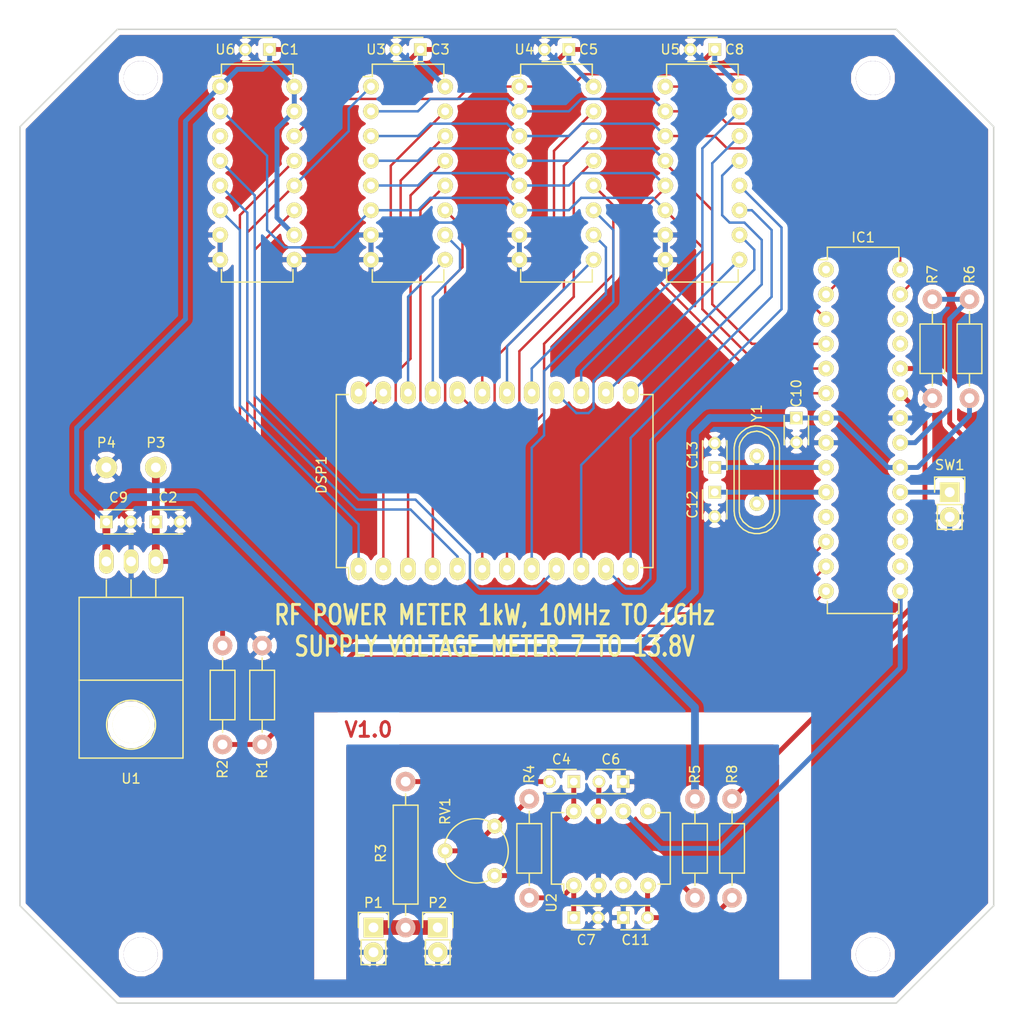
<source format=kicad_pcb>
(kicad_pcb (version 4) (host pcbnew 4.0.2+dfsg1-stable)
  (layers (0 F.Cu signal) (31 B.Cu signal) (34 B.Paste user hide) (35 F.Paste user hide) (36 B.SilkS user) (37 F.SilkS user) (38 B.Mask user hide) (39 F.Mask user hide) (44 Edge.Cuts user))
  (net 0 "")
  (net 1 +5V)
  (net 2 Earth)
  (net 3 7-13.8V)
  (net 4 "Net-(C4-Pad1)")
  (net 5 "Net-(C4-Pad2)")
  (net 6 "Net-(C6-Pad2)")
  (net 7 "Net-(C7-Pad1)")
  (net 8 "Net-(C11-Pad2)")
  (net 9 "Net-(C12-Pad1)")
  (net 10 "Net-(C13-Pad1)")
  (net 11 /COM)
  (net 12 /E1)
  (net 13 /D1)
  (net 14 /C1)
  (net 15 /DP1)
  (net 16 /E2)
  (net 17 /D2)
  (net 18 /C2)
  (net 19 /DP2)
  (net 20 /E3)
  (net 21 /D3)
  (net 22 /C3)
  (net 23 /B3)
  (net 24 /A3)
  (net 25 /F3)
  (net 26 /G3)
  (net 27 /B2)
  (net 28 /A2)
  (net 29 /F2)
  (net 30 /G2)
  (net 31 /B1)
  (net 32 /A1)
  (net 33 /F1)
  (net 34 /G1)
  (net 35 "Net-(IC1-Pad1)")
  (net 36 /DF)
  (net 37 /BCD0)
  (net 38 /BCD1)
  (net 39 /BCD2)
  (net 40 /BCD3)
  (net 41 /ST1)
  (net 42 /ST2)
  (net 43 /ST3)
  (net 44 /P1)
  (net 45 /P2)
  (net 46 "Net-(IC1-Pad19)")
  (net 47 /2V5)
  (net 48 MEAS)
  (net 49 /M2)
  (net 50 "Net-(IC1-Pad25)")
  (net 51 "Net-(IC1-Pad26)")
  (net 52 "Net-(P1-Pad1)")
  (net 53 "Net-(R4-Pad1)")
  (net 54 "Net-(U2-Pad3)")
  (net 55 "Net-(U2-Pad5)")
  (net 56 "Net-(U6-Pad3)")
  (net 57 "Net-(IC1-Pad11)")
  (net 58 "Net-(IC1-Pad16)")
  (net 59 "Net-(IC1-Pad17)")
  (net 60 "Net-(IC1-Pad18)")
  (net 61 /ENB)
  (module Mounting_Holes:MountingHole_3-5mm (layer F.Cu) (at 165.6 145)
    (fp_text reference REF** hide)
    (fp_text value MountingHole_3-5mm)
    (pad 1 thru_hole circle (at 0 0) (size 3.5 3.5) (drill 3.5) (layers))
  )
  (module Mounting_Holes:MountingHole_3-5mm (layer F.Cu) (at 90.4 145)
    (fp_text reference REF** hide)
    (fp_text value MountingHole_3-5mm)
    (pad 1 thru_hole circle (at 0 0) (size 3.5 3.5) (drill 3.5) (layers))
  )
  (module Mounting_Holes:MountingHole_3-5mm (layer F.Cu) (at 90.4 55)
    (fp_text reference REF** hide)
    (fp_text value MountingHole_3-5mm)
    (pad 1 thru_hole circle (at 0 0) (size 3.5 3.5) (drill 3.5) (layers))
  )
  (module Potentiometers:Potentiometer_Bourns_3339P_Angular_ScrewUp (layer F.Cu) (at 126.746 136.906 90)
    (fp_text reference RV1 (at 6.604 -5.08 90) (layer F.SilkS))
    (fp_text value 2k)
    (pad 2 thru_hole circle (at 2.54 -5.08 90) (size 1.524 1.524) (drill 0.762) (layers *.Cu *.Mask F.SilkS) (net 53 "Net-(R4-Pad1)"))
    (pad 1 thru_hole circle (at 0 0 90) (size 1.524 1.524) (drill 0.762) (layers *.Cu *.Mask F.SilkS) (net 4 "Net-(C4-Pad1)"))
    (pad 3 thru_hole circle (at 5.08 0 90) (size 1.524 1.524) (drill 0.762) (layers *.Cu *.Mask F.SilkS) (net 53 "Net-(R4-Pad1)"))
  )
  (module Capacitors_ThroughHole:C_Disc_D3_P2.5 (layer F.Cu) (at 103.632 52.07 180)
    (fp_text reference C1 (at -2.032 0 180) (layer F.SilkS))
    (fp_text value 100nF)
    (pad 1 thru_hole rect (at 0 0 180) (size 1.3 1.3) (drill 0.8) (layers *.Cu *.Mask F.SilkS) (net 1 +5V))
    (pad 2 thru_hole circle (at 2.5 0 180) (size 1.3 1.3) (drill 0.8001) (layers *.Cu *.Mask F.SilkS) (net 2 Earth))
  )
  (module Capacitors_ThroughHole:C_Disc_D3_P2.5 (layer F.Cu) (at 91.948 100.584)
    (fp_text reference C2 (at 1.25 -2.5) (layer F.SilkS))
    (fp_text value 330nF)
    (pad 1 thru_hole rect (at 0 0) (size 1.3 1.3) (drill 0.8) (layers *.Cu *.Mask F.SilkS) (net 3 7-13.8V))
    (pad 2 thru_hole circle (at 2.5 0) (size 1.3 1.3) (drill 0.8001) (layers *.Cu *.Mask F.SilkS) (net 2 Earth))
  )
  (module Capacitors_ThroughHole:C_Disc_D3_P2.5 (layer F.Cu) (at 119.126 52.07 180)
    (fp_text reference C3 (at -2.032 0 180) (layer F.SilkS))
    (fp_text value 100nF)
    (pad 1 thru_hole rect (at 0 0 180) (size 1.3 1.3) (drill 0.8) (layers *.Cu *.Mask F.SilkS) (net 1 +5V))
    (pad 2 thru_hole circle (at 2.5 0 180) (size 1.3 1.3) (drill 0.8001) (layers *.Cu *.Mask F.SilkS) (net 2 Earth))
  )
  (module Capacitors_ThroughHole:C_Disc_D3_P2.5 (layer F.Cu) (at 134.874 127.254 180)
    (fp_text reference C4 (at 1.27 2.286 180) (layer F.SilkS))
    (fp_text value 51pF)
    (pad 1 thru_hole rect (at 0 0 180) (size 1.3 1.3) (drill 0.8) (layers *.Cu *.Mask F.SilkS) (net 4 "Net-(C4-Pad1)"))
    (pad 2 thru_hole circle (at 2.5 0 180) (size 1.3 1.3) (drill 0.8001) (layers *.Cu *.Mask F.SilkS) (net 5 "Net-(C4-Pad2)"))
  )
  (module Capacitors_ThroughHole:C_Disc_D3_P2.5 (layer F.Cu) (at 134.366 52.07 180)
    (fp_text reference C5 (at -2.032 0 180) (layer F.SilkS))
    (fp_text value 100nF)
    (pad 1 thru_hole rect (at 0 0 180) (size 1.3 1.3) (drill 0.8) (layers *.Cu *.Mask F.SilkS) (net 1 +5V))
    (pad 2 thru_hole circle (at 2.5 0 180) (size 1.3 1.3) (drill 0.8001) (layers *.Cu *.Mask F.SilkS) (net 2 Earth))
  )
  (module Capacitors_ThroughHole:C_Disc_D3_P2.5 (layer F.Cu) (at 139.954 127.254 180)
    (fp_text reference C6 (at 1.27 2.286 180) (layer F.SilkS))
    (fp_text value 100nF)
    (pad 1 thru_hole rect (at 0 0 180) (size 1.3 1.3) (drill 0.8) (layers *.Cu *.Mask F.SilkS) (net 2 Earth))
    (pad 2 thru_hole circle (at 2.5 0 180) (size 1.3 1.3) (drill 0.8001) (layers *.Cu *.Mask F.SilkS) (net 6 "Net-(C6-Pad2)"))
  )
  (module Capacitors_ThroughHole:C_Disc_D3_P2.5 (layer F.Cu) (at 134.874 141.224)
    (fp_text reference C7 (at 1.27 2.286) (layer F.SilkS))
    (fp_text value 51pF)
    (pad 1 thru_hole rect (at 0 0) (size 1.3 1.3) (drill 0.8) (layers *.Cu *.Mask F.SilkS) (net 7 "Net-(C7-Pad1)"))
    (pad 2 thru_hole circle (at 2.5 0) (size 1.3 1.3) (drill 0.8001) (layers *.Cu *.Mask F.SilkS) (net 2 Earth))
  )
  (module Capacitors_ThroughHole:C_Disc_D3_P2.5 (layer F.Cu) (at 149.352 52.07 180)
    (fp_text reference C8 (at -2.032 0 180) (layer F.SilkS))
    (fp_text value 100nF)
    (pad 1 thru_hole rect (at 0 0 180) (size 1.3 1.3) (drill 0.8) (layers *.Cu *.Mask F.SilkS) (net 1 +5V))
    (pad 2 thru_hole circle (at 2.5 0 180) (size 1.3 1.3) (drill 0.8001) (layers *.Cu *.Mask F.SilkS) (net 2 Earth))
  )
  (module Capacitors_ThroughHole:C_Disc_D3_P2.5 (layer F.Cu) (at 86.868 100.584)
    (fp_text reference C9 (at 1.25 -2.5) (layer F.SilkS))
    (fp_text value 100nF)
    (pad 1 thru_hole rect (at 0 0) (size 1.3 1.3) (drill 0.8) (layers *.Cu *.Mask F.SilkS) (net 1 +5V))
    (pad 2 thru_hole circle (at 2.5 0) (size 1.3 1.3) (drill 0.8001) (layers *.Cu *.Mask F.SilkS) (net 2 Earth))
  )
  (module Capacitors_ThroughHole:C_Disc_D3_P2.5 (layer F.Cu) (at 157.734 89.916 270)
    (fp_text reference C10 (at -2.54 0 270) (layer F.SilkS))
    (fp_text value 100nF)
    (pad 1 thru_hole rect (at 0 0 270) (size 1.3 1.3) (drill 0.8) (layers *.Cu *.Mask F.SilkS) (net 1 +5V))
    (pad 2 thru_hole circle (at 2.5 0 270) (size 1.3 1.3) (drill 0.8001) (layers *.Cu *.Mask F.SilkS) (net 2 Earth))
  )
  (module Capacitors_ThroughHole:C_Disc_D3_P2.5 (layer F.Cu) (at 139.954 141.224)
    (fp_text reference C11 (at 1.27 2.286) (layer F.SilkS))
    (fp_text value 1nF)
    (pad 1 thru_hole rect (at 0 0) (size 1.3 1.3) (drill 0.8) (layers *.Cu *.Mask F.SilkS) (net 2 Earth))
    (pad 2 thru_hole circle (at 2.5 0) (size 1.3 1.3) (drill 0.8001) (layers *.Cu *.Mask F.SilkS) (net 8 "Net-(C11-Pad2)"))
  )
  (module Capacitors_ThroughHole:C_Disc_D3_P2.5 (layer F.Cu) (at 149.352 97.536 270)
    (fp_text reference C12 (at 1.27 2.286 270) (layer F.SilkS))
    (fp_text value 22pF)
    (pad 1 thru_hole rect (at 0 0 270) (size 1.3 1.3) (drill 0.8) (layers *.Cu *.Mask F.SilkS) (net 9 "Net-(C12-Pad1)"))
    (pad 2 thru_hole circle (at 2.5 0 270) (size 1.3 1.3) (drill 0.8001) (layers *.Cu *.Mask F.SilkS) (net 2 Earth))
  )
  (module Capacitors_ThroughHole:C_Disc_D3_P2.5 (layer F.Cu) (at 149.352 94.996 90)
    (fp_text reference C13 (at 1.27 -2.286 90) (layer F.SilkS))
    (fp_text value 22pF)
    (pad 1 thru_hole rect (at 0 0 90) (size 1.3 1.3) (drill 0.8) (layers *.Cu *.Mask F.SilkS) (net 10 "Net-(C13-Pad1)"))
    (pad 2 thru_hole circle (at 2.5 0 90) (size 1.3 1.3) (drill 0.8001) (layers *.Cu *.Mask F.SilkS) (net 2 Earth))
  )
  (module KiCad-kirjastot2:LCD-24-PIN (layer F.Cu) (at 112.776 105.41 90)
    (fp_text reference DSP1 (at 9.652 -3.81 90) (layer F.SilkS))
    (fp_text value LCD-S301C31TR)
    (pad 1 thru_hole oval (at 0 0 90) (size 2.3 1.6) (drill 0.8) (layers *.Cu *.Mask F.SilkS) (net 11 /COM))
    (pad 2 thru_hole oval (at 0 2.54 90) (size 2.3 1.6) (drill 0.8) (layers *.Cu *.Mask F.SilkS) (net 12 /E1))
    (pad 3 thru_hole oval (at 0 5.08 90) (size 2.3 1.6) (drill 0.8) (layers *.Cu *.Mask F.SilkS) (net 13 /D1))
    (pad 4 thru_hole oval (at 0 7.62 90) (size 2.3 1.6) (drill 0.8) (layers *.Cu *.Mask F.SilkS) (net 14 /C1))
    (pad 5 thru_hole oval (at 0 10.16 90) (size 2.3 1.6) (drill 0.8) (layers *.Cu *.Mask F.SilkS) (net 15 /DP1))
    (pad 6 thru_hole oval (at 0 12.7 90) (size 2.3 1.6) (drill 0.8) (layers *.Cu *.Mask F.SilkS) (net 16 /E2))
    (pad 7 thru_hole oval (at 0 15.24 90) (size 2.3 1.6) (drill 0.8) (layers *.Cu *.Mask F.SilkS) (net 17 /D2))
    (pad 8 thru_hole oval (at 0 17.78 90) (size 2.3 1.6) (drill 0.8) (layers *.Cu *.Mask F.SilkS) (net 18 /C2))
    (pad 9 thru_hole oval (at 0 20.32 90) (size 2.3 1.6) (drill 0.8) (layers *.Cu *.Mask F.SilkS) (net 19 /DP2))
    (pad 10 thru_hole oval (at 0 22.86 90) (size 2.3 1.6) (drill 0.8) (layers *.Cu *.Mask F.SilkS) (net 20 /E3))
    (pad 11 thru_hole oval (at 0 25.4 90) (size 2.3 1.6) (drill 0.8) (layers *.Cu *.Mask F.SilkS) (net 21 /D3))
    (pad 12 thru_hole oval (at 0 27.94 90) (size 2.3 1.6) (drill 0.8) (layers *.Cu *.Mask F.SilkS) (net 22 /C3))
    (pad 13 thru_hole oval (at 18.1 27.94 90) (size 2.3 1.6) (drill 0.8) (layers *.Cu *.Mask F.SilkS) (net 23 /B3))
    (pad 14 thru_hole oval (at 18.1 25.4 90) (size 2.3 1.6) (drill 0.8) (layers *.Cu *.Mask F.SilkS) (net 24 /A3))
    (pad 15 thru_hole oval (at 18.1 22.86 90) (size 2.3 1.6) (drill 0.8) (layers *.Cu *.Mask F.SilkS) (net 25 /F3))
    (pad 16 thru_hole oval (at 18.1 20.32 90) (size 2.3 1.6) (drill 0.8) (layers *.Cu *.Mask F.SilkS) (net 26 /G3))
    (pad 17 thru_hole oval (at 18.1 17.78 90) (size 2.3 1.6) (drill 0.8) (layers *.Cu *.Mask F.SilkS) (net 27 /B2))
    (pad 18 thru_hole oval (at 18.1 15.24 90) (size 2.3 1.6) (drill 0.8) (layers *.Cu *.Mask F.SilkS) (net 28 /A2))
    (pad 19 thru_hole oval (at 18.1 12.7 90) (size 2.3 1.6) (drill 0.8) (layers *.Cu *.Mask F.SilkS) (net 29 /F2))
    (pad 20 thru_hole oval (at 18.1 10.16 90) (size 2.3 1.6) (drill 0.8) (layers *.Cu *.Mask F.SilkS) (net 30 /G2))
    (pad 21 thru_hole oval (at 18.1 7.62 90) (size 2.3 1.6) (drill 0.8) (layers *.Cu *.Mask F.SilkS) (net 31 /B1))
    (pad 22 thru_hole oval (at 18.1 5.08 90) (size 2.3 1.6) (drill 0.8) (layers *.Cu *.Mask F.SilkS) (net 32 /A1))
    (pad 23 thru_hole oval (at 18.1 2.54 90) (size 2.3 1.6) (drill 0.8) (layers *.Cu *.Mask F.SilkS) (net 33 /F1))
    (pad 24 thru_hole oval (at 18.1 0 90) (size 2.3 1.6) (drill 0.8) (layers *.Cu *.Mask F.SilkS) (net 34 /G1))
  )
  (module Housings_DIP:DIP-28_W7.62mm (layer F.Cu) (at 160.782 74.676)
    (fp_text reference IC1 (at 3.81 -3.302) (layer F.SilkS))
    (fp_text value ATMEGA328-P)
    (pad 1 thru_hole oval (at 0 0) (size 1.6 1.6) (drill 0.8) (layers *.Cu *.Mask F.SilkS) (net 35 "Net-(IC1-Pad1)"))
    (pad 2 thru_hole oval (at 0 2.54) (size 1.6 1.6) (drill 0.8) (layers *.Cu *.Mask F.SilkS) (net 39 /BCD2))
    (pad 3 thru_hole oval (at 0 5.08) (size 1.6 1.6) (drill 0.8) (layers *.Cu *.Mask F.SilkS) (net 38 /BCD1))
    (pad 4 thru_hole oval (at 0 7.62) (size 1.6 1.6) (drill 0.8) (layers *.Cu *.Mask F.SilkS) (net 40 /BCD3))
    (pad 5 thru_hole oval (at 0 10.16) (size 1.6 1.6) (drill 0.8) (layers *.Cu *.Mask F.SilkS) (net 36 /DF))
    (pad 6 thru_hole oval (at 0 12.7) (size 1.6 1.6) (drill 0.8) (layers *.Cu *.Mask F.SilkS) (net 37 /BCD0))
    (pad 7 thru_hole oval (at 0 15.24) (size 1.6 1.6) (drill 0.8) (layers *.Cu *.Mask F.SilkS) (net 1 +5V))
    (pad 8 thru_hole oval (at 0 17.78) (size 1.6 1.6) (drill 0.8) (layers *.Cu *.Mask F.SilkS) (net 2 Earth))
    (pad 9 thru_hole oval (at 0 20.32) (size 1.6 1.6) (drill 0.8) (layers *.Cu *.Mask F.SilkS) (net 10 "Net-(C13-Pad1)"))
    (pad 10 thru_hole oval (at 0 22.86) (size 1.6 1.6) (drill 0.8) (layers *.Cu *.Mask F.SilkS) (net 9 "Net-(C12-Pad1)"))
    (pad 11 thru_hole oval (at 0 25.4) (size 1.6 1.6) (drill 0.8) (layers *.Cu *.Mask F.SilkS) (net 57 "Net-(IC1-Pad11)"))
    (pad 12 thru_hole oval (at 0 27.94) (size 1.6 1.6) (drill 0.8) (layers *.Cu *.Mask F.SilkS) (net 44 /P1))
    (pad 13 thru_hole oval (at 0 30.48) (size 1.6 1.6) (drill 0.8) (layers *.Cu *.Mask F.SilkS) (net 41 /ST1))
    (pad 14 thru_hole oval (at 0 33.02) (size 1.6 1.6) (drill 0.8) (layers *.Cu *.Mask F.SilkS) (net 45 /P2))
    (pad 15 thru_hole oval (at 7.62 33.02) (size 1.6 1.6) (drill 0.8) (layers *.Cu *.Mask F.SilkS) (net 61 /ENB))
    (pad 16 thru_hole oval (at 7.62 30.48) (size 1.6 1.6) (drill 0.8) (layers *.Cu *.Mask F.SilkS) (net 58 "Net-(IC1-Pad16)"))
    (pad 17 thru_hole oval (at 7.62 27.94) (size 1.6 1.6) (drill 0.8) (layers *.Cu *.Mask F.SilkS) (net 59 "Net-(IC1-Pad17)"))
    (pad 18 thru_hole oval (at 7.62 25.4) (size 1.6 1.6) (drill 0.8) (layers *.Cu *.Mask F.SilkS) (net 60 "Net-(IC1-Pad18)"))
    (pad 19 thru_hole oval (at 7.62 22.86) (size 1.6 1.6) (drill 0.8) (layers *.Cu *.Mask F.SilkS) (net 46 "Net-(IC1-Pad19)"))
    (pad 20 thru_hole oval (at 7.62 20.32) (size 1.6 1.6) (drill 0.8) (layers *.Cu *.Mask F.SilkS) (net 1 +5V))
    (pad 21 thru_hole oval (at 7.62 17.78) (size 1.6 1.6) (drill 0.8) (layers *.Cu *.Mask F.SilkS) (net 47 /2V5))
    (pad 22 thru_hole oval (at 7.62 15.24) (size 1.6 1.6) (drill 0.8) (layers *.Cu *.Mask F.SilkS) (net 2 Earth))
    (pad 23 thru_hole oval (at 7.62 12.7) (size 1.6 1.6) (drill 0.8) (layers *.Cu *.Mask F.SilkS) (net 49 /M2))
    (pad 24 thru_hole oval (at 7.62 10.16) (size 1.6 1.6) (drill 0.8) (layers *.Cu *.Mask F.SilkS) (net 48 MEAS))
    (pad 25 thru_hole oval (at 7.62 7.62) (size 1.6 1.6) (drill 0.8) (layers *.Cu *.Mask F.SilkS) (net 50 "Net-(IC1-Pad25)"))
    (pad 26 thru_hole oval (at 7.62 5.08) (size 1.6 1.6) (drill 0.8) (layers *.Cu *.Mask F.SilkS) (net 51 "Net-(IC1-Pad26)"))
    (pad 27 thru_hole oval (at 7.62 2.54) (size 1.6 1.6) (drill 0.8) (layers *.Cu *.Mask F.SilkS) (net 42 /ST2))
    (pad 28 thru_hole oval (at 7.62 0) (size 1.6 1.6) (drill 0.8) (layers *.Cu *.Mask F.SilkS) (net 43 /ST3))
  )
  (module Pin_Headers:Pin_Header_Straight_1x02 (layer F.Cu) (at 114.3 142.24)
    (fp_text reference P1 (at 0 -2.54) (layer F.SilkS))
    (fp_text value SMA)
    (pad 1 thru_hole rect (at 0 0) (size 2.032 2.032) (drill 1.016) (layers *.Cu *.Mask F.SilkS) (net 52 "Net-(P1-Pad1)"))
    (pad 2 thru_hole oval (at 0 2.54) (size 2.032 2.032) (drill 1.016) (layers *.Cu *.Mask F.SilkS) (net 2 Earth))
  )
  (module Pin_Headers:Pin_Header_Straight_1x02 (layer F.Cu) (at 120.904 142.24)
    (fp_text reference P2 (at 0 -2.54) (layer F.SilkS))
    (fp_text value SMA)
    (pad 1 thru_hole rect (at 0 0) (size 2.032 2.032) (drill 1.016) (layers *.Cu *.Mask F.SilkS) (net 52 "Net-(P1-Pad1)"))
    (pad 2 thru_hole oval (at 0 2.54) (size 2.032 2.032) (drill 1.016) (layers *.Cu *.Mask F.SilkS) (net 2 Earth))
  )
  (module Resistors_ThroughHole:Resistor_Horizontal_RM10mm (layer F.Cu) (at 98.806 113.284 270)
    (fp_text reference R1 (at 12.7 -4.064 270) (layer F.SilkS))
    (fp_text value 10k)
    (pad 1 thru_hole circle (at 0 0 270) (size 1.99898 1.99898) (drill 1.00076) (layers *.Cu *.SilkS *.Mask) (net 3 7-13.8V))
    (pad 2 thru_hole circle (at 10.16 0 270) (size 1.99898 1.99898) (drill 1.00076) (layers *.Cu *.SilkS *.Mask) (net 49 /M2))
  )
  (module Resistors_ThroughHole:Resistor_Horizontal_RM10mm (layer F.Cu) (at 102.87 123.444 90)
    (fp_text reference R2 (at -2.54 -4.064 90) (layer F.SilkS))
    (fp_text value 2k2)
    (pad 1 thru_hole circle (at 0 0 90) (size 1.99898 1.99898) (drill 1.00076) (layers *.Cu *.SilkS *.Mask) (net 49 /M2))
    (pad 2 thru_hole circle (at 10.16 0 90) (size 1.99898 1.99898) (drill 1.00076) (layers *.Cu *.SilkS *.Mask) (net 2 Earth))
  )
  (module Resistors_ThroughHole:Resistor_Horizontal_RM15mm (layer F.Cu) (at 117.602 127.254 270)
    (fp_text reference R3 (at 7.366 2.54 270) (layer F.SilkS))
    (fp_text value 100k)
    (pad 1 thru_hole circle (at 0 0 270) (size 1.99898 1.99898) (drill 1.00076) (layers *.Cu *.SilkS *.Mask) (net 5 "Net-(C4-Pad2)"))
    (pad 2 thru_hole circle (at 15 0 270) (size 1.99898 1.99898) (drill 1.00076) (layers *.Cu *.SilkS *.Mask) (net 52 "Net-(P1-Pad1)"))
  )
  (module Resistors_ThroughHole:Resistor_Horizontal_RM10mm (layer F.Cu) (at 130.302 129.032 270)
    (fp_text reference R4 (at -2.54 0 270) (layer F.SilkS))
    (fp_text value 604R)
    (pad 1 thru_hole circle (at 0 0 270) (size 1.99898 1.99898) (drill 1.00076) (layers *.Cu *.SilkS *.Mask) (net 53 "Net-(R4-Pad1)"))
    (pad 2 thru_hole circle (at 10.16 0 270) (size 1.99898 1.99898) (drill 1.00076) (layers *.Cu *.SilkS *.Mask) (net 7 "Net-(C7-Pad1)"))
  )
  (module Resistors_ThroughHole:Resistor_Horizontal_RM10mm (layer F.Cu) (at 147.32 129.032 270)
    (fp_text reference R5 (at -2.54 0 270) (layer F.SilkS))
    (fp_text value 22R)
    (pad 1 thru_hole circle (at 0 0 270) (size 1.99898 1.99898) (drill 1.00076) (layers *.Cu *.SilkS *.Mask) (net 1 +5V))
    (pad 2 thru_hole circle (at 10.16 0 270) (size 1.99898 1.99898) (drill 1.00076) (layers *.Cu *.SilkS *.Mask) (net 6 "Net-(C6-Pad2)"))
  )
  (module Resistors_ThroughHole:Resistor_Horizontal_RM10mm (layer F.Cu) (at 175.514 87.884 90)
    (fp_text reference R6 (at 12.7 0 90) (layer F.SilkS))
    (fp_text value 10k)
    (pad 1 thru_hole circle (at 0 0 90) (size 1.99898 1.99898) (drill 1.00076) (layers *.Cu *.SilkS *.Mask) (net 1 +5V))
    (pad 2 thru_hole circle (at 10.16 0 90) (size 1.99898 1.99898) (drill 1.00076) (layers *.Cu *.SilkS *.Mask) (net 47 /2V5))
  )
  (module Resistors_ThroughHole:Resistor_Horizontal_RM10mm (layer F.Cu) (at 171.704 77.724 270)
    (fp_text reference R7 (at -2.54 0 270) (layer F.SilkS))
    (fp_text value 10k)
    (pad 1 thru_hole circle (at 0 0 270) (size 1.99898 1.99898) (drill 1.00076) (layers *.Cu *.SilkS *.Mask) (net 47 /2V5))
    (pad 2 thru_hole circle (at 10.16 0 270) (size 1.99898 1.99898) (drill 1.00076) (layers *.Cu *.SilkS *.Mask) (net 2 Earth))
  )
  (module Resistors_ThroughHole:Resistor_Horizontal_RM10mm (layer F.Cu) (at 151.13 129.032 270)
    (fp_text reference R8 (at -2.54 0 270) (layer F.SilkS))
    (fp_text value 2k)
    (pad 1 thru_hole circle (at 0 0 270) (size 1.99898 1.99898) (drill 1.00076) (layers *.Cu *.SilkS *.Mask) (net 48 MEAS))
    (pad 2 thru_hole circle (at 10.16 0 270) (size 1.99898 1.99898) (drill 1.00076) (layers *.Cu *.SilkS *.Mask) (net 8 "Net-(C11-Pad2)"))
  )
  (module Pin_Headers:Pin_Header_Straight_1x02 (layer F.Cu) (at 173.482 97.536)
    (fp_text reference SW1 (at 0 -2.794) (layer F.SilkS))
    (fp_text value SELECT)
    (pad 1 thru_hole rect (at 0 0) (size 2.032 2.032) (drill 1.016) (layers *.Cu *.Mask F.SilkS) (net 46 "Net-(IC1-Pad19)"))
    (pad 2 thru_hole oval (at 0 2.54) (size 2.032 2.032) (drill 1.016) (layers *.Cu *.Mask F.SilkS) (net 2 Earth))
  )
  (module Housings_DIP:DIP-8_W7.62mm (layer F.Cu) (at 134.874 137.922 90)
    (fp_text reference U2 (at -1.778 -2.286 90) (layer F.SilkS))
    (fp_text value AD8307)
    (pad 1 thru_hole oval (at 0 0 90) (size 1.6 1.6) (drill 0.8) (layers *.Cu *.Mask F.SilkS) (net 7 "Net-(C7-Pad1)"))
    (pad 2 thru_hole oval (at 0 2.54 90) (size 1.6 1.6) (drill 0.8) (layers *.Cu *.Mask F.SilkS) (net 2 Earth))
    (pad 3 thru_hole oval (at 0 5.08 90) (size 1.6 1.6) (drill 0.8) (layers *.Cu *.Mask F.SilkS) (net 54 "Net-(U2-Pad3)"))
    (pad 4 thru_hole oval (at 0 7.62 90) (size 1.6 1.6) (drill 0.8) (layers *.Cu *.Mask F.SilkS) (net 8 "Net-(C11-Pad2)"))
    (pad 5 thru_hole oval (at 7.62 7.62 90) (size 1.6 1.6) (drill 0.8) (layers *.Cu *.Mask F.SilkS) (net 55 "Net-(U2-Pad5)"))
    (pad 6 thru_hole oval (at 7.62 5.08 90) (size 1.6 1.6) (drill 0.8) (layers *.Cu *.Mask F.SilkS) (net 61 /ENB))
    (pad 7 thru_hole oval (at 7.62 2.54 90) (size 1.6 1.6) (drill 0.8) (layers *.Cu *.Mask F.SilkS) (net 6 "Net-(C6-Pad2)"))
    (pad 8 thru_hole oval (at 7.62 0 90) (size 1.6 1.6) (drill 0.8) (layers *.Cu *.Mask F.SilkS) (net 4 "Net-(C4-Pad1)"))
  )
  (module Housings_DIP:DIP-16_W7.62mm (layer F.Cu) (at 114.046 55.88)
    (fp_text reference U3 (at 0.508 -3.81) (layer F.SilkS))
    (fp_text value 4056)
    (pad 1 thru_hole oval (at 0 0) (size 1.6 1.6) (drill 0.8) (layers *.Cu *.Mask F.SilkS) (net 41 /ST1))
    (pad 2 thru_hole oval (at 0 2.54) (size 1.6 1.6) (drill 0.8) (layers *.Cu *.Mask F.SilkS) (net 39 /BCD2))
    (pad 3 thru_hole oval (at 0 5.08) (size 1.6 1.6) (drill 0.8) (layers *.Cu *.Mask F.SilkS) (net 38 /BCD1))
    (pad 4 thru_hole oval (at 0 7.62) (size 1.6 1.6) (drill 0.8) (layers *.Cu *.Mask F.SilkS) (net 40 /BCD3))
    (pad 5 thru_hole oval (at 0 10.16) (size 1.6 1.6) (drill 0.8) (layers *.Cu *.Mask F.SilkS) (net 37 /BCD0))
    (pad 6 thru_hole oval (at 0 12.7) (size 1.6 1.6) (drill 0.8) (layers *.Cu *.Mask F.SilkS) (net 36 /DF))
    (pad 7 thru_hole oval (at 0 15.24) (size 1.6 1.6) (drill 0.8) (layers *.Cu *.Mask F.SilkS) (net 2 Earth))
    (pad 8 thru_hole oval (at 0 17.78) (size 1.6 1.6) (drill 0.8) (layers *.Cu *.Mask F.SilkS) (net 2 Earth))
    (pad 9 thru_hole oval (at 7.62 17.78) (size 1.6 1.6) (drill 0.8) (layers *.Cu *.Mask F.SilkS) (net 32 /A1))
    (pad 10 thru_hole oval (at 7.62 15.24) (size 1.6 1.6) (drill 0.8) (layers *.Cu *.Mask F.SilkS) (net 31 /B1))
    (pad 11 thru_hole oval (at 7.62 12.7) (size 1.6 1.6) (drill 0.8) (layers *.Cu *.Mask F.SilkS) (net 14 /C1))
    (pad 12 thru_hole oval (at 7.62 10.16) (size 1.6 1.6) (drill 0.8) (layers *.Cu *.Mask F.SilkS) (net 13 /D1))
    (pad 13 thru_hole oval (at 7.62 7.62) (size 1.6 1.6) (drill 0.8) (layers *.Cu *.Mask F.SilkS) (net 12 /E1))
    (pad 14 thru_hole oval (at 7.62 5.08) (size 1.6 1.6) (drill 0.8) (layers *.Cu *.Mask F.SilkS) (net 34 /G1))
    (pad 15 thru_hole oval (at 7.62 2.54) (size 1.6 1.6) (drill 0.8) (layers *.Cu *.Mask F.SilkS) (net 33 /F1))
    (pad 16 thru_hole oval (at 7.62 0) (size 1.6 1.6) (drill 0.8) (layers *.Cu *.Mask F.SilkS) (net 1 +5V))
  )
  (module Housings_DIP:DIP-16_W7.62mm (layer F.Cu) (at 129.286 55.88)
    (fp_text reference U4 (at 0.508 -3.81) (layer F.SilkS))
    (fp_text value 4056)
    (pad 1 thru_hole oval (at 0 0) (size 1.6 1.6) (drill 0.8) (layers *.Cu *.Mask F.SilkS) (net 42 /ST2))
    (pad 2 thru_hole oval (at 0 2.54) (size 1.6 1.6) (drill 0.8) (layers *.Cu *.Mask F.SilkS) (net 39 /BCD2))
    (pad 3 thru_hole oval (at 0 5.08) (size 1.6 1.6) (drill 0.8) (layers *.Cu *.Mask F.SilkS) (net 38 /BCD1))
    (pad 4 thru_hole oval (at 0 7.62) (size 1.6 1.6) (drill 0.8) (layers *.Cu *.Mask F.SilkS) (net 40 /BCD3))
    (pad 5 thru_hole oval (at 0 10.16) (size 1.6 1.6) (drill 0.8) (layers *.Cu *.Mask F.SilkS) (net 37 /BCD0))
    (pad 6 thru_hole oval (at 0 12.7) (size 1.6 1.6) (drill 0.8) (layers *.Cu *.Mask F.SilkS) (net 36 /DF))
    (pad 7 thru_hole oval (at 0 15.24) (size 1.6 1.6) (drill 0.8) (layers *.Cu *.Mask F.SilkS) (net 2 Earth))
    (pad 8 thru_hole oval (at 0 17.78) (size 1.6 1.6) (drill 0.8) (layers *.Cu *.Mask F.SilkS) (net 2 Earth))
    (pad 9 thru_hole oval (at 7.62 17.78) (size 1.6 1.6) (drill 0.8) (layers *.Cu *.Mask F.SilkS) (net 28 /A2))
    (pad 10 thru_hole oval (at 7.62 15.24) (size 1.6 1.6) (drill 0.8) (layers *.Cu *.Mask F.SilkS) (net 27 /B2))
    (pad 11 thru_hole oval (at 7.62 12.7) (size 1.6 1.6) (drill 0.8) (layers *.Cu *.Mask F.SilkS) (net 18 /C2))
    (pad 12 thru_hole oval (at 7.62 10.16) (size 1.6 1.6) (drill 0.8) (layers *.Cu *.Mask F.SilkS) (net 17 /D2))
    (pad 13 thru_hole oval (at 7.62 7.62) (size 1.6 1.6) (drill 0.8) (layers *.Cu *.Mask F.SilkS) (net 16 /E2))
    (pad 14 thru_hole oval (at 7.62 5.08) (size 1.6 1.6) (drill 0.8) (layers *.Cu *.Mask F.SilkS) (net 30 /G2))
    (pad 15 thru_hole oval (at 7.62 2.54) (size 1.6 1.6) (drill 0.8) (layers *.Cu *.Mask F.SilkS) (net 29 /F2))
    (pad 16 thru_hole oval (at 7.62 0) (size 1.6 1.6) (drill 0.8) (layers *.Cu *.Mask F.SilkS) (net 1 +5V))
  )
  (module Housings_DIP:DIP-16_W7.62mm (layer F.Cu) (at 144.272 55.88)
    (fp_text reference U5 (at 0.508 -3.81) (layer F.SilkS))
    (fp_text value 4056)
    (pad 1 thru_hole oval (at 0 0) (size 1.6 1.6) (drill 0.8) (layers *.Cu *.Mask F.SilkS) (net 43 /ST3))
    (pad 2 thru_hole oval (at 0 2.54) (size 1.6 1.6) (drill 0.8) (layers *.Cu *.Mask F.SilkS) (net 39 /BCD2))
    (pad 3 thru_hole oval (at 0 5.08) (size 1.6 1.6) (drill 0.8) (layers *.Cu *.Mask F.SilkS) (net 38 /BCD1))
    (pad 4 thru_hole oval (at 0 7.62) (size 1.6 1.6) (drill 0.8) (layers *.Cu *.Mask F.SilkS) (net 40 /BCD3))
    (pad 5 thru_hole oval (at 0 10.16) (size 1.6 1.6) (drill 0.8) (layers *.Cu *.Mask F.SilkS) (net 37 /BCD0))
    (pad 6 thru_hole oval (at 0 12.7) (size 1.6 1.6) (drill 0.8) (layers *.Cu *.Mask F.SilkS) (net 36 /DF))
    (pad 7 thru_hole oval (at 0 15.24) (size 1.6 1.6) (drill 0.8) (layers *.Cu *.Mask F.SilkS) (net 2 Earth))
    (pad 8 thru_hole oval (at 0 17.78) (size 1.6 1.6) (drill 0.8) (layers *.Cu *.Mask F.SilkS) (net 2 Earth))
    (pad 9 thru_hole oval (at 7.62 17.78) (size 1.6 1.6) (drill 0.8) (layers *.Cu *.Mask F.SilkS) (net 24 /A3))
    (pad 10 thru_hole oval (at 7.62 15.24) (size 1.6 1.6) (drill 0.8) (layers *.Cu *.Mask F.SilkS) (net 23 /B3))
    (pad 11 thru_hole oval (at 7.62 12.7) (size 1.6 1.6) (drill 0.8) (layers *.Cu *.Mask F.SilkS) (net 22 /C3))
    (pad 12 thru_hole oval (at 7.62 10.16) (size 1.6 1.6) (drill 0.8) (layers *.Cu *.Mask F.SilkS) (net 21 /D3))
    (pad 13 thru_hole oval (at 7.62 7.62) (size 1.6 1.6) (drill 0.8) (layers *.Cu *.Mask F.SilkS) (net 20 /E3))
    (pad 14 thru_hole oval (at 7.62 5.08) (size 1.6 1.6) (drill 0.8) (layers *.Cu *.Mask F.SilkS) (net 26 /G3))
    (pad 15 thru_hole oval (at 7.62 2.54) (size 1.6 1.6) (drill 0.8) (layers *.Cu *.Mask F.SilkS) (net 25 /F3))
    (pad 16 thru_hole oval (at 7.62 0) (size 1.6 1.6) (drill 0.8) (layers *.Cu *.Mask F.SilkS) (net 1 +5V))
  )
  (module Housings_DIP:DIP-16_W7.62mm (layer F.Cu) (at 98.552 55.88)
    (fp_text reference U6 (at 0.508 -3.81) (layer F.SilkS))
    (fp_text value 4054)
    (pad 1 thru_hole oval (at 0 0) (size 1.6 1.6) (drill 0.8) (layers *.Cu *.Mask F.SilkS) (net 1 +5V))
    (pad 2 thru_hole oval (at 0 2.54) (size 1.6 1.6) (drill 0.8) (layers *.Cu *.Mask F.SilkS) (net 36 /DF))
    (pad 3 thru_hole oval (at 0 5.08) (size 1.6 1.6) (drill 0.8) (layers *.Cu *.Mask F.SilkS) (net 56 "Net-(U6-Pad3)"))
    (pad 4 thru_hole oval (at 0 7.62) (size 1.6 1.6) (drill 0.8) (layers *.Cu *.Mask F.SilkS) (net 19 /DP2))
    (pad 5 thru_hole oval (at 0 10.16) (size 1.6 1.6) (drill 0.8) (layers *.Cu *.Mask F.SilkS) (net 15 /DP1))
    (pad 6 thru_hole oval (at 0 12.7) (size 1.6 1.6) (drill 0.8) (layers *.Cu *.Mask F.SilkS) (net 11 /COM))
    (pad 7 thru_hole oval (at 0 15.24) (size 1.6 1.6) (drill 0.8) (layers *.Cu *.Mask F.SilkS) (net 2 Earth))
    (pad 8 thru_hole oval (at 0 17.78) (size 1.6 1.6) (drill 0.8) (layers *.Cu *.Mask F.SilkS) (net 2 Earth))
    (pad 9 thru_hole oval (at 7.62 17.78) (size 1.6 1.6) (drill 0.8) (layers *.Cu *.Mask F.SilkS) (net 2 Earth))
    (pad 10 thru_hole oval (at 7.62 15.24) (size 1.6 1.6) (drill 0.8) (layers *.Cu *.Mask F.SilkS) (net 1 +5V))
    (pad 11 thru_hole oval (at 7.62 12.7) (size 1.6 1.6) (drill 0.8) (layers *.Cu *.Mask F.SilkS) (net 44 /P1))
    (pad 12 thru_hole oval (at 7.62 10.16) (size 1.6 1.6) (drill 0.8) (layers *.Cu *.Mask F.SilkS) (net 41 /ST1))
    (pad 13 thru_hole oval (at 7.62 7.62) (size 1.6 1.6) (drill 0.8) (layers *.Cu *.Mask F.SilkS) (net 45 /P2))
    (pad 14 thru_hole oval (at 7.62 5.08) (size 1.6 1.6) (drill 0.8) (layers *.Cu *.Mask F.SilkS) (net 42 /ST2))
    (pad 15 thru_hole oval (at 7.62 2.54) (size 1.6 1.6) (drill 0.8) (layers *.Cu *.Mask F.SilkS) (net 1 +5V))
    (pad 16 thru_hole oval (at 7.62 0) (size 1.6 1.6) (drill 0.8) (layers *.Cu *.Mask F.SilkS) (net 1 +5V))
  )
  (module Crystals:Crystal_HC49-U_Vertical (layer F.Cu) (at 153.67 96.266 90)
    (fp_text reference Y1 (at 6.858 0 90) (layer F.SilkS))
    (fp_text value 16MHz)
    (pad 1 thru_hole circle (at -2.44094 0 90) (size 1.50114 1.50114) (drill 0.8001) (layers *.Cu *.Mask F.SilkS) (net 9 "Net-(C12-Pad1)"))
    (pad 2 thru_hole circle (at 2.44094 0 90) (size 1.50114 1.50114) (drill 0.8001) (layers *.Cu *.Mask F.SilkS) (net 10 "Net-(C13-Pad1)"))
  )
  (module TO_SOT_Packages_THT:TO-220_Neutral123_Horizontal (layer F.Cu) (at 89.408 104.648 180)
    (fp_text reference U1 (at 0 -22.3012 180) (layer F.SilkS))
    (fp_text value 7805)
    (pad 2 thru_hole oval (at 0 0 270) (size 2.49936 1.50114) (drill 1.00076) (layers *.Cu *.Mask F.SilkS) (net 2 Earth))
    (pad 1 thru_hole oval (at -2.54 0 270) (size 2.49936 1.50114) (drill 1.00076) (layers *.Cu *.Mask F.SilkS) (net 3 7-13.8V))
    (pad 3 thru_hole oval (at 2.54 0 270) (size 2.49936 1.50114) (drill 1.00076) (layers *.Cu *.Mask F.SilkS) (net 1 +5V))
    (pad "" np_thru_hole circle (at 0 -16.764 270) (size 3.79984 3.79984) (drill 3.79984) (layers *.Cu *.Mask F.SilkS))
  )
  (module Wire_Pads:SolderWirePad_single_1-2mmDrill (layer F.Cu) (at 91.948 94.996)
    (fp_text reference P3 (at 0 -2.54) (layer F.SilkS))
    (fp_text value CONN_01X01)
    (pad 1 thru_hole circle (at 0 0) (size 2.2 2.2) (drill 1) (layers *.Cu *.Mask F.SilkS) (net 3 7-13.8V))
  )
  (module Wire_Pads:SolderWirePad_single_1-2mmDrill (layer F.Cu) (at 86.868 94.996)
    (fp_text reference P4 (at 0 -2.54) (layer F.SilkS))
    (fp_text value CONN_01X01)
    (pad 1 thru_hole circle (at 0 0) (size 2.2 2.2) (drill 1) (layers *.Cu *.Mask F.SilkS) (net 2 Earth))
  )
  (module Mounting_Holes:MountingHole_3-5mm (layer F.Cu) (at 165.6 55)
    (fp_text reference REF** hide)
    (fp_text value MountingHole_3-5mm)
    (pad 1 thru_hole circle (at 0 0) (size 3.5 3.5) (drill 3.5) (layers))
  )
  (gr_text V1.0 (at 113.792 121.92) (layer F.Cu) (effects (font (size 1.5 1.5) (thickness 0.3))))
  (gr_line (start 78 140) (end 88 150) (angle 90) (layer Edge.Cuts) (width 0.15))
  (gr_line (start 178 140) (end 168 150) (angle 90) (layer Edge.Cuts) (width 0.15))
  (gr_line (start 168 50) (end 178 60) (angle 90) (layer Edge.Cuts) (width 0.15))
  (gr_line (start 78 60) (end 88 50) (angle 90) (layer Edge.Cuts) (width 0.15))
  (gr_text "RF POWER METER 1kW, 10MHz TO 1GHz\nSUPPLY VOLTAGE METER 7 TO 13.8V" (at 126.746 111.76) (layer F.SilkS) (effects (font (size 2 1.5) (thickness 0.3))))
  (gr_line (start 78 140) (end 78 60) (angle 90) (layer Edge.Cuts) (width 0.15))
  (gr_line (start 168 150) (end 88 150) (angle 90) (layer Edge.Cuts) (width 0.15))
  (gr_line (start 178 60) (end 178 140) (angle 90) (layer Edge.Cuts) (width 0.15))
  (gr_line (start 88 50) (end 168 50) (angle 90) (layer Edge.Cuts) (width 0.15))
  (segment (start 98.552 55.88) (end 100.33 54.102) (width 0.5) (layer B.Cu) (net 1))
  (segment (start 100.33 54.102) (end 100.584 54.102) (width 0.5) (layer B.Cu) (net 1))
  (segment (start 98.552 55.88) (end 94.996 59.436) (width 0.5) (layer B.Cu) (net 1))
  (segment (start 94.996 59.436) (end 94.996 59.69) (width 0.5) (layer B.Cu) (net 1))
  (segment (start 106.172 71.12) (end 104.394 69.342) (width 0.5) (layer B.Cu) (net 1))
  (segment (start 104.394 60.198) (end 106.172 58.42) (width 0.5) (layer B.Cu) (net 1))
  (segment (start 104.394 69.342) (end 104.394 60.198) (width 0.5) (layer B.Cu) (net 1))
  (segment (start 157.734 89.916) (end 148.844 89.916) (width 0.8) (layer B.Cu) (net 1))
  (segment (start 147.32 107.696) (end 141.351 113.665) (width 0.8) (layer B.Cu) (net 1))
  (segment (start 147.32 91.44) (end 147.32 107.696) (width 0.8) (layer B.Cu) (net 1))
  (segment (start 148.844 89.916) (end 147.32 91.44) (width 0.8) (layer B.Cu) (net 1))
  (segment (start 86.868 100.584) (end 89.408 98.044) (width 0.8) (layer B.Cu) (net 1))
  (segment (start 89.408 98.044) (end 96.012 98.044) (width 0.8) (layer B.Cu) (net 1))
  (segment (start 96.012 98.044) (end 111.506 113.538) (width 0.8) (layer B.Cu) (net 1))
  (segment (start 111.506 113.538) (end 141.224 113.538) (width 0.8) (layer B.Cu) (net 1))
  (segment (start 141.224 113.538) (end 141.351 113.665) (width 0.8) (layer B.Cu) (net 1))
  (segment (start 147.32 119.634) (end 147.32 129.032) (width 0.8) (layer B.Cu) (net 1))
  (segment (start 141.351 113.665) (end 147.32 119.634) (width 0.8) (layer B.Cu) (net 1))
  (segment (start 103.632 53.34) (end 102.87 54.102) (width 0.5) (layer B.Cu) (net 1))
  (segment (start 102.87 54.102) (end 100.584 54.102) (width 0.5) (layer B.Cu) (net 1))
  (segment (start 83.82 97.536) (end 86.868 100.584) (width 0.5) (layer B.Cu) (net 1))
  (segment (start 94.996 59.69) (end 94.996 79.756) (width 0.5) (layer B.Cu) (net 1))
  (segment (start 94.996 79.756) (end 83.82 90.932) (width 0.5) (layer B.Cu) (net 1))
  (segment (start 83.82 90.932) (end 83.82 97.536) (width 0.5) (layer B.Cu) (net 1))
  (segment (start 168.402 94.996) (end 167.132 94.996) (width 0.5) (layer B.Cu) (net 1))
  (segment (start 162.052 89.916) (end 160.782 89.916) (width 0.5) (layer B.Cu) (net 1))
  (segment (start 167.132 94.996) (end 162.052 89.916) (width 0.5) (layer B.Cu) (net 1))
  (segment (start 134.366 52.07) (end 143.256 52.07) (width 0.5) (layer F.Cu) (net 1))
  (segment (start 147.574 53.848) (end 149.352 52.07) (width 0.5) (layer F.Cu) (net 1))
  (segment (start 145.034 53.848) (end 147.574 53.848) (width 0.5) (layer F.Cu) (net 1))
  (segment (start 143.256 52.07) (end 145.034 53.848) (width 0.5) (layer F.Cu) (net 1))
  (segment (start 130.302 53.848) (end 132.588 53.848) (width 0.5) (layer F.Cu) (net 1))
  (segment (start 119.126 52.07) (end 128.524 52.07) (width 0.5) (layer F.Cu) (net 1))
  (segment (start 132.588 53.848) (end 134.366 52.07) (width 0.5) (layer F.Cu) (net 1))
  (segment (start 128.524 52.07) (end 130.302 53.848) (width 0.5) (layer F.Cu) (net 1))
  (segment (start 103.632 52.07) (end 113.538 52.07) (width 0.5) (layer F.Cu) (net 1))
  (segment (start 117.348 53.848) (end 119.126 52.07) (width 0.5) (layer F.Cu) (net 1))
  (segment (start 115.316 53.848) (end 117.348 53.848) (width 0.5) (layer F.Cu) (net 1))
  (segment (start 113.538 52.07) (end 115.316 53.848) (width 0.5) (layer F.Cu) (net 1))
  (segment (start 106.172 58.42) (end 106.172 55.88) (width 0.5) (layer B.Cu) (net 1))
  (segment (start 103.632 52.07) (end 103.632 53.34) (width 0.5) (layer B.Cu) (net 1))
  (segment (start 103.632 53.34) (end 106.172 55.88) (width 0.5) (layer B.Cu) (net 1))
  (segment (start 119.126 52.07) (end 119.126 53.34) (width 0.5) (layer B.Cu) (net 1))
  (segment (start 119.126 53.34) (end 121.666 55.88) (width 0.5) (layer B.Cu) (net 1))
  (segment (start 134.366 52.07) (end 134.366 53.34) (width 0.5) (layer B.Cu) (net 1))
  (segment (start 134.366 53.34) (end 136.906 55.88) (width 0.5) (layer B.Cu) (net 1))
  (segment (start 149.352 52.07) (end 149.352 53.34) (width 0.5) (layer B.Cu) (net 1))
  (segment (start 149.352 53.34) (end 151.892 55.88) (width 0.5) (layer B.Cu) (net 1))
  (segment (start 168.402 94.996) (end 170.18 94.996) (width 0.5) (layer B.Cu) (net 1))
  (segment (start 175.514 89.662) (end 175.514 87.884) (width 0.5) (layer B.Cu) (net 1))
  (segment (start 170.18 94.996) (end 175.514 89.662) (width 0.5) (layer B.Cu) (net 1))
  (segment (start 160.782 89.916) (end 157.734 89.916) (width 0.5) (layer B.Cu) (net 1))
  (segment (start 86.868 104.648) (end 86.868 100.584) (width 0.8) (layer F.Cu) (net 1))
  (segment (start 129.286 71.12) (end 127.254 71.12) (width 0.25) (layer B.Cu) (net 2))
  (segment (start 127.254 71.12) (end 125.984 69.85) (width 0.25) (layer B.Cu) (net 2))
  (segment (start 114.046 71.12) (end 118.872 71.12) (width 0.25) (layer B.Cu) (net 2))
  (segment (start 120.142 69.85) (end 125.984 69.85) (width 0.25) (layer B.Cu) (net 2))
  (segment (start 118.872 71.12) (end 120.142 69.85) (width 0.25) (layer B.Cu) (net 2))
  (segment (start 91.948 94.996) (end 91.948 100.584) (width 0.8) (layer F.Cu) (net 3))
  (segment (start 91.948 104.648) (end 94.488 104.648) (width 0.5) (layer F.Cu) (net 3))
  (segment (start 98.806 108.966) (end 98.806 113.284) (width 0.5) (layer F.Cu) (net 3))
  (segment (start 94.488 104.648) (end 98.806 108.966) (width 0.5) (layer F.Cu) (net 3))
  (segment (start 91.948 104.648) (end 91.948 100.584) (width 0.8) (layer F.Cu) (net 3))
  (segment (start 126.746 136.906) (end 128.27 136.906) (width 0.5) (layer F.Cu) (net 4))
  (segment (start 128.27 136.906) (end 134.874 130.302) (width 0.5) (layer F.Cu) (net 4))
  (segment (start 134.874 130.302) (end 134.874 127.254) (width 0.5) (layer F.Cu) (net 4))
  (segment (start 132.374 127.254) (end 117.602 127.254) (width 0.5) (layer F.Cu) (net 5))
  (segment (start 137.454 127.254) (end 137.454 128.484) (width 0.5) (layer F.Cu) (net 6))
  (segment (start 137.414 128.524) (end 137.414 130.302) (width 0.5) (layer F.Cu) (net 6))
  (segment (start 137.454 128.484) (end 137.414 128.524) (width 0.5) (layer F.Cu) (net 6))
  (segment (start 147.32 139.192) (end 143.256 135.128) (width 0.5) (layer F.Cu) (net 6))
  (segment (start 137.414 132.842) (end 137.414 130.302) (width 0.5) (layer F.Cu) (net 6))
  (segment (start 139.7 135.128) (end 137.414 132.842) (width 0.5) (layer F.Cu) (net 6))
  (segment (start 143.256 135.128) (end 139.7 135.128) (width 0.5) (layer F.Cu) (net 6))
  (segment (start 130.302 139.192) (end 133.604 139.192) (width 0.5) (layer F.Cu) (net 7))
  (segment (start 133.604 139.192) (end 134.874 137.922) (width 0.5) (layer F.Cu) (net 7))
  (segment (start 134.874 137.922) (end 134.874 141.224) (width 0.5) (layer F.Cu) (net 7))
  (segment (start 151.13 139.192) (end 149.098 141.224) (width 0.5) (layer F.Cu) (net 8))
  (segment (start 149.098 141.224) (end 142.454 141.224) (width 0.5) (layer F.Cu) (net 8))
  (segment (start 142.454 141.224) (end 142.454 137.962) (width 0.5) (layer F.Cu) (net 8))
  (segment (start 142.454 137.962) (end 142.494 137.922) (width 0.5) (layer F.Cu) (net 8))
  (segment (start 153.67 98.70694) (end 153.67 97.536) (width 0.5) (layer B.Cu) (net 9))
  (segment (start 160.782 97.536) (end 153.67 97.536) (width 0.5) (layer B.Cu) (net 9))
  (segment (start 153.67 97.536) (end 149.352 97.536) (width 0.5) (layer B.Cu) (net 9))
  (segment (start 153.67 93.82506) (end 153.67 94.996) (width 0.25) (layer B.Cu) (net 10))
  (segment (start 153.67 93.82506) (end 153.67 94.742) (width 0.5) (layer B.Cu) (net 10))
  (segment (start 160.782 94.996) (end 153.67 94.996) (width 0.5) (layer B.Cu) (net 10))
  (segment (start 153.67 94.996) (end 149.352 94.996) (width 0.5) (layer B.Cu) (net 10))
  (segment (start 112.776 105.41) (end 112.776 100.838) (width 0.25) (layer B.Cu) (net 11))
  (segment (start 100.584 70.612) (end 98.552 68.58) (width 0.25) (layer B.Cu) (net 11))
  (segment (start 100.584 88.646) (end 100.584 70.612) (width 0.25) (layer B.Cu) (net 11))
  (segment (start 112.776 100.838) (end 100.584 88.646) (width 0.25) (layer B.Cu) (net 11))
  (segment (start 115.316 105.41) (end 115.316 90.424) (width 0.25) (layer F.Cu) (net 12))
  (segment (start 118.11 67.056) (end 121.666 63.5) (width 0.25) (layer F.Cu) (net 12))
  (segment (start 118.11 83.82) (end 118.11 67.056) (width 0.25) (layer F.Cu) (net 12))
  (segment (start 116.586 85.344) (end 118.11 83.82) (width 0.25) (layer F.Cu) (net 12))
  (segment (start 116.586 89.154) (end 116.586 85.344) (width 0.25) (layer F.Cu) (net 12))
  (segment (start 115.316 90.424) (end 116.586 89.154) (width 0.25) (layer F.Cu) (net 12))
  (segment (start 117.856 105.41) (end 117.856 90.424) (width 0.25) (layer F.Cu) (net 13))
  (segment (start 119.126 68.58) (end 121.666 66.04) (width 0.25) (layer F.Cu) (net 13))
  (segment (start 119.126 89.154) (end 119.126 68.58) (width 0.25) (layer F.Cu) (net 13))
  (segment (start 117.856 90.424) (end 119.126 89.154) (width 0.25) (layer F.Cu) (net 13))
  (segment (start 120.396 105.41) (end 120.396 90.424) (width 0.25) (layer F.Cu) (net 14))
  (segment (start 123.444 70.358) (end 121.666 68.58) (width 0.25) (layer F.Cu) (net 14))
  (segment (start 123.444 74.422) (end 123.444 70.358) (width 0.25) (layer F.Cu) (net 14))
  (segment (start 121.666 76.2) (end 123.444 74.422) (width 0.25) (layer F.Cu) (net 14))
  (segment (start 121.666 89.154) (end 121.666 76.2) (width 0.25) (layer F.Cu) (net 14))
  (segment (start 120.396 90.424) (end 121.666 89.154) (width 0.25) (layer F.Cu) (net 14))
  (segment (start 122.936 105.41) (end 122.936 104.14) (width 0.25) (layer B.Cu) (net 15))
  (segment (start 101.346 68.834) (end 98.552 66.04) (width 0.25) (layer B.Cu) (net 15))
  (segment (start 101.346 88.138) (end 101.346 68.834) (width 0.25) (layer B.Cu) (net 15))
  (segment (start 112.522 99.314) (end 101.346 88.138) (width 0.25) (layer B.Cu) (net 15))
  (segment (start 118.11 99.314) (end 112.522 99.314) (width 0.25) (layer B.Cu) (net 15))
  (segment (start 122.936 104.14) (end 118.11 99.314) (width 0.25) (layer B.Cu) (net 15))
  (segment (start 125.476 105.41) (end 125.476 93.218) (width 0.25) (layer F.Cu) (net 16))
  (segment (start 134.874 65.532) (end 136.906 63.5) (width 0.25) (layer F.Cu) (net 16))
  (segment (start 134.874 77.47) (end 134.874 65.532) (width 0.25) (layer F.Cu) (net 16))
  (segment (start 129.286 83.058) (end 134.874 77.47) (width 0.25) (layer F.Cu) (net 16))
  (segment (start 129.286 89.408) (end 129.286 83.058) (width 0.25) (layer F.Cu) (net 16))
  (segment (start 125.476 93.218) (end 129.286 89.408) (width 0.25) (layer F.Cu) (net 16))
  (segment (start 128.016 105.41) (end 128.016 93.218) (width 0.25) (layer F.Cu) (net 17))
  (segment (start 138.938 68.072) (end 136.906 66.04) (width 0.25) (layer F.Cu) (net 17))
  (segment (start 138.938 75.184) (end 138.938 68.072) (width 0.25) (layer F.Cu) (net 17))
  (segment (start 131.826 82.296) (end 138.938 75.184) (width 0.25) (layer F.Cu) (net 17))
  (segment (start 131.826 89.408) (end 131.826 82.296) (width 0.25) (layer F.Cu) (net 17))
  (segment (start 128.016 93.218) (end 131.826 89.408) (width 0.25) (layer F.Cu) (net 17))
  (segment (start 130.556 105.41) (end 130.556 92.964) (width 0.25) (layer B.Cu) (net 18))
  (segment (start 138.938 70.612) (end 136.906 68.58) (width 0.25) (layer B.Cu) (net 18))
  (segment (start 138.938 77.978) (end 138.938 70.612) (width 0.25) (layer B.Cu) (net 18))
  (segment (start 131.826 85.09) (end 138.938 77.978) (width 0.25) (layer B.Cu) (net 18))
  (segment (start 131.826 91.694) (end 131.826 85.09) (width 0.25) (layer B.Cu) (net 18))
  (segment (start 130.556 92.964) (end 131.826 91.694) (width 0.25) (layer B.Cu) (net 18))
  (segment (start 133.096 105.41) (end 131.064 107.442) (width 0.25) (layer B.Cu) (net 19))
  (segment (start 102.108 67.056) (end 98.552 63.5) (width 0.25) (layer B.Cu) (net 19))
  (segment (start 102.108 87.63) (end 102.108 67.056) (width 0.25) (layer B.Cu) (net 19))
  (segment (start 112.776 98.298) (end 102.108 87.63) (width 0.25) (layer B.Cu) (net 19))
  (segment (start 118.618 98.298) (end 112.776 98.298) (width 0.25) (layer B.Cu) (net 19))
  (segment (start 124.206 103.886) (end 118.618 98.298) (width 0.25) (layer B.Cu) (net 19))
  (segment (start 124.206 106.426) (end 124.206 103.886) (width 0.25) (layer B.Cu) (net 19))
  (segment (start 124.46 106.68) (end 124.206 106.426) (width 0.25) (layer B.Cu) (net 19))
  (segment (start 125.222 107.442) (end 124.46 106.68) (width 0.25) (layer B.Cu) (net 19))
  (segment (start 131.064 107.442) (end 125.222 107.442) (width 0.25) (layer B.Cu) (net 19))
  (segment (start 151.892 63.5) (end 151.638 63.5) (width 0.25) (layer B.Cu) (net 20))
  (segment (start 151.638 63.5) (end 150.114 65.024) (width 0.25) (layer B.Cu) (net 20))
  (segment (start 150.114 65.024) (end 150.114 69.088) (width 0.25) (layer B.Cu) (net 20))
  (segment (start 150.114 69.088) (end 150.876 69.85) (width 0.25) (layer B.Cu) (net 20))
  (segment (start 150.876 69.85) (end 152.4 69.85) (width 0.25) (layer B.Cu) (net 20))
  (segment (start 152.4 69.85) (end 154.178 71.628) (width 0.25) (layer B.Cu) (net 20))
  (segment (start 154.178 71.628) (end 154.178 76.2) (width 0.25) (layer B.Cu) (net 20))
  (segment (start 154.178 76.2) (end 135.636 94.742) (width 0.25) (layer B.Cu) (net 20))
  (segment (start 135.636 94.742) (end 135.636 105.41) (width 0.25) (layer B.Cu) (net 20))
  (segment (start 138.176 105.41) (end 140.208 107.442) (width 0.25) (layer B.Cu) (net 21))
  (segment (start 156.21 70.358) (end 151.892 66.04) (width 0.25) (layer B.Cu) (net 21))
  (segment (start 156.21 78.74) (end 156.21 70.358) (width 0.25) (layer B.Cu) (net 21))
  (segment (start 142.748 92.202) (end 156.21 78.74) (width 0.25) (layer B.Cu) (net 21))
  (segment (start 142.748 106.426) (end 142.748 92.202) (width 0.25) (layer B.Cu) (net 21))
  (segment (start 141.732 107.442) (end 142.748 106.426) (width 0.25) (layer B.Cu) (net 21))
  (segment (start 140.208 107.442) (end 141.732 107.442) (width 0.25) (layer B.Cu) (net 21))
  (segment (start 140.716 105.41) (end 140.716 91.948) (width 0.25) (layer B.Cu) (net 22))
  (segment (start 153.162 68.58) (end 151.892 68.58) (width 0.25) (layer B.Cu) (net 22))
  (segment (start 155.194 70.612) (end 153.162 68.58) (width 0.25) (layer B.Cu) (net 22))
  (segment (start 155.194 77.47) (end 155.194 70.612) (width 0.25) (layer B.Cu) (net 22))
  (segment (start 140.716 91.948) (end 155.194 77.47) (width 0.25) (layer B.Cu) (net 22))
  (segment (start 140.716 87.31) (end 140.782 87.31) (width 0.25) (layer B.Cu) (net 23))
  (segment (start 140.782 87.31) (end 153.416 74.676) (width 0.25) (layer B.Cu) (net 23))
  (segment (start 153.416 72.644) (end 151.892 71.12) (width 0.25) (layer B.Cu) (net 23))
  (segment (start 153.416 74.676) (end 153.416 72.644) (width 0.25) (layer B.Cu) (net 23))
  (segment (start 138.176 87.31) (end 138.242 87.31) (width 0.25) (layer B.Cu) (net 24))
  (segment (start 138.242 87.31) (end 151.892 73.66) (width 0.25) (layer B.Cu) (net 24))
  (segment (start 148.082 62.23) (end 148.082 62.23) (width 0.25) (layer B.Cu) (net 25))
  (segment (start 148.082 62.23) (end 148.082 72.644) (width 0.25) (layer B.Cu) (net 25))
  (segment (start 135.636 87.31) (end 135.636 85.09) (width 0.25) (layer B.Cu) (net 25))
  (segment (start 135.636 85.09) (end 148.082 72.644) (width 0.25) (layer B.Cu) (net 25))
  (segment (start 148.082 62.23) (end 151.892 58.42) (width 0.25) (layer B.Cu) (net 25))
  (segment (start 149.098 63.754) (end 149.098 63.754) (width 0.25) (layer B.Cu) (net 26))
  (segment (start 149.098 63.754) (end 149.098 73.914) (width 0.25) (layer B.Cu) (net 26))
  (segment (start 133.096 87.31) (end 133.096 87.376) (width 0.25) (layer B.Cu) (net 26))
  (segment (start 133.096 87.376) (end 135.128 89.408) (width 0.25) (layer B.Cu) (net 26))
  (segment (start 136.906 86.106) (end 149.098 73.914) (width 0.25) (layer B.Cu) (net 26))
  (segment (start 136.906 88.9) (end 136.906 86.106) (width 0.25) (layer B.Cu) (net 26))
  (segment (start 136.398 89.408) (end 136.906 88.9) (width 0.25) (layer B.Cu) (net 26))
  (segment (start 135.128 89.408) (end 136.398 89.408) (width 0.25) (layer B.Cu) (net 26))
  (segment (start 149.098 63.754) (end 151.892 60.96) (width 0.25) (layer B.Cu) (net 26))
  (segment (start 136.906 71.12) (end 138.176 72.39) (width 0.25) (layer B.Cu) (net 27))
  (segment (start 130.556 84.836) (end 130.556 87.31) (width 0.25) (layer B.Cu) (net 27))
  (segment (start 138.176 77.216) (end 130.556 84.836) (width 0.25) (layer B.Cu) (net 27))
  (segment (start 138.176 72.39) (end 138.176 77.216) (width 0.25) (layer B.Cu) (net 27))
  (segment (start 128.016 87.31) (end 128.016 82.55) (width 0.25) (layer B.Cu) (net 28))
  (segment (start 128.016 82.55) (end 136.906 73.66) (width 0.25) (layer B.Cu) (net 28))
  (segment (start 125.476 87.31) (end 125.476 83.312) (width 0.25) (layer F.Cu) (net 29))
  (segment (start 132.842 62.484) (end 136.906 58.42) (width 0.25) (layer F.Cu) (net 29))
  (segment (start 132.842 75.946) (end 132.842 62.484) (width 0.25) (layer F.Cu) (net 29))
  (segment (start 125.476 83.312) (end 132.842 75.946) (width 0.25) (layer F.Cu) (net 29))
  (segment (start 122.936 87.31) (end 122.936 87.376) (width 0.25) (layer F.Cu) (net 30))
  (segment (start 122.936 87.376) (end 124.968 89.408) (width 0.25) (layer F.Cu) (net 30))
  (segment (start 124.968 89.408) (end 125.984 89.408) (width 0.25) (layer F.Cu) (net 30))
  (segment (start 125.984 89.408) (end 126.746 88.646) (width 0.25) (layer F.Cu) (net 30))
  (segment (start 126.746 88.646) (end 126.746 83.82) (width 0.25) (layer F.Cu) (net 30))
  (segment (start 126.746 83.82) (end 133.858 76.708) (width 0.25) (layer F.Cu) (net 30))
  (segment (start 133.858 76.708) (end 133.858 64.008) (width 0.25) (layer F.Cu) (net 30))
  (segment (start 133.858 64.008) (end 136.906 60.96) (width 0.25) (layer F.Cu) (net 30))
  (segment (start 120.396 87.31) (end 120.396 77.47) (width 0.25) (layer B.Cu) (net 31))
  (segment (start 123.19 72.644) (end 121.666 71.12) (width 0.25) (layer B.Cu) (net 31))
  (segment (start 123.19 74.676) (end 123.19 72.644) (width 0.25) (layer B.Cu) (net 31))
  (segment (start 120.396 77.47) (end 123.19 74.676) (width 0.25) (layer B.Cu) (net 31))
  (segment (start 117.856 87.31) (end 117.856 77.47) (width 0.25) (layer B.Cu) (net 32))
  (segment (start 117.856 77.47) (end 121.666 73.66) (width 0.25) (layer B.Cu) (net 32))
  (segment (start 115.316 87.31) (end 115.316 87.376) (width 0.25) (layer F.Cu) (net 33))
  (segment (start 115.316 87.376) (end 113.284 89.408) (width 0.25) (layer F.Cu) (net 33))
  (segment (start 113.284 89.408) (end 111.252 89.408) (width 0.25) (layer F.Cu) (net 33))
  (segment (start 121.666 58.42) (end 116.586 63.5) (width 0.25) (layer F.Cu) (net 33))
  (segment (start 110.49 88.646) (end 111.252 89.408) (width 0.25) (layer F.Cu) (net 33))
  (segment (start 110.49 86.36) (end 110.49 88.646) (width 0.25) (layer F.Cu) (net 33))
  (segment (start 116.078 80.772) (end 110.49 86.36) (width 0.25) (layer F.Cu) (net 33))
  (segment (start 116.078 64.008) (end 116.078 80.772) (width 0.25) (layer F.Cu) (net 33))
  (segment (start 116.586 63.5) (end 116.078 64.008) (width 0.25) (layer F.Cu) (net 33))
  (segment (start 112.776 87.31) (end 112.842 87.31) (width 0.25) (layer F.Cu) (net 34))
  (segment (start 112.842 87.31) (end 117.094 83.058) (width 0.25) (layer F.Cu) (net 34))
  (segment (start 117.094 83.058) (end 117.094 65.532) (width 0.25) (layer F.Cu) (net 34))
  (segment (start 117.094 65.532) (end 121.666 60.96) (width 0.25) (layer F.Cu) (net 34))
  (segment (start 144.272 68.58) (end 148.082 72.39) (width 0.25) (layer F.Cu) (net 36))
  (segment (start 154.178 84.836) (end 160.782 84.836) (width 0.25) (layer F.Cu) (net 36))
  (segment (start 148.082 78.74) (end 154.178 84.836) (width 0.25) (layer F.Cu) (net 36))
  (segment (start 148.082 72.39) (end 148.082 78.74) (width 0.25) (layer F.Cu) (net 36))
  (segment (start 98.552 58.42) (end 98.806 58.42) (width 0.25) (layer B.Cu) (net 36))
  (segment (start 98.806 58.42) (end 103.378 62.992) (width 0.25) (layer B.Cu) (net 36))
  (segment (start 103.378 62.992) (end 103.378 70.612) (width 0.25) (layer B.Cu) (net 36))
  (segment (start 103.378 70.612) (end 105.156 72.39) (width 0.25) (layer B.Cu) (net 36))
  (segment (start 105.156 72.39) (end 110.236 72.39) (width 0.25) (layer B.Cu) (net 36))
  (segment (start 110.236 72.39) (end 114.046 68.58) (width 0.25) (layer B.Cu) (net 36))
  (segment (start 129.286 68.58) (end 134.366 68.58) (width 0.25) (layer B.Cu) (net 36))
  (segment (start 143.002 67.31) (end 144.272 68.58) (width 0.25) (layer B.Cu) (net 36))
  (segment (start 135.636 67.31) (end 143.002 67.31) (width 0.25) (layer B.Cu) (net 36))
  (segment (start 134.366 68.58) (end 135.636 67.31) (width 0.25) (layer B.Cu) (net 36))
  (segment (start 114.046 68.58) (end 118.872 68.58) (width 0.25) (layer B.Cu) (net 36))
  (segment (start 128.016 67.31) (end 129.286 68.58) (width 0.25) (layer B.Cu) (net 36))
  (segment (start 120.142 67.31) (end 128.016 67.31) (width 0.25) (layer B.Cu) (net 36))
  (segment (start 118.872 68.58) (end 120.142 67.31) (width 0.25) (layer B.Cu) (net 36))
  (segment (start 144.272 66.04) (end 144.272 66.294) (width 0.25) (layer F.Cu) (net 37))
  (segment (start 144.272 66.294) (end 142.494 68.072) (width 0.25) (layer F.Cu) (net 37))
  (segment (start 155.194 87.376) (end 160.782 87.376) (width 0.25) (layer F.Cu) (net 37))
  (segment (start 142.494 74.676) (end 155.194 87.376) (width 0.25) (layer F.Cu) (net 37))
  (segment (start 142.494 68.072) (end 142.494 74.676) (width 0.25) (layer F.Cu) (net 37))
  (segment (start 129.286 66.04) (end 134.366 66.04) (width 0.25) (layer B.Cu) (net 37))
  (segment (start 143.002 64.77) (end 144.272 66.04) (width 0.25) (layer B.Cu) (net 37))
  (segment (start 135.636 64.77) (end 143.002 64.77) (width 0.25) (layer B.Cu) (net 37))
  (segment (start 134.366 66.04) (end 135.636 64.77) (width 0.25) (layer B.Cu) (net 37))
  (segment (start 114.046 66.04) (end 118.872 66.04) (width 0.25) (layer B.Cu) (net 37))
  (segment (start 128.016 64.77) (end 129.286 66.04) (width 0.25) (layer B.Cu) (net 37))
  (segment (start 120.142 64.77) (end 128.016 64.77) (width 0.25) (layer B.Cu) (net 37))
  (segment (start 118.872 66.04) (end 120.142 64.77) (width 0.25) (layer B.Cu) (net 37))
  (segment (start 144.272 60.96) (end 149.352 60.96) (width 0.25) (layer F.Cu) (net 38))
  (segment (start 158.75 77.724) (end 160.782 79.756) (width 0.25) (layer F.Cu) (net 38))
  (segment (start 158.75 67.564) (end 158.75 77.724) (width 0.25) (layer F.Cu) (net 38))
  (segment (start 153.416 62.23) (end 158.75 67.564) (width 0.25) (layer F.Cu) (net 38))
  (segment (start 150.622 62.23) (end 153.416 62.23) (width 0.25) (layer F.Cu) (net 38))
  (segment (start 149.352 60.96) (end 150.622 62.23) (width 0.25) (layer F.Cu) (net 38))
  (segment (start 129.286 60.96) (end 134.366 60.96) (width 0.25) (layer B.Cu) (net 38))
  (segment (start 143.002 59.69) (end 144.272 60.96) (width 0.25) (layer B.Cu) (net 38))
  (segment (start 135.636 59.69) (end 143.002 59.69) (width 0.25) (layer B.Cu) (net 38))
  (segment (start 134.366 60.96) (end 135.636 59.69) (width 0.25) (layer B.Cu) (net 38))
  (segment (start 114.046 60.96) (end 118.872 60.96) (width 0.25) (layer B.Cu) (net 38))
  (segment (start 128.016 59.69) (end 129.286 60.96) (width 0.25) (layer B.Cu) (net 38))
  (segment (start 120.142 59.69) (end 128.016 59.69) (width 0.25) (layer B.Cu) (net 38))
  (segment (start 118.872 60.96) (end 120.142 59.69) (width 0.25) (layer B.Cu) (net 38))
  (segment (start 153.416 59.69) (end 163.322 69.596) (width 0.25) (layer F.Cu) (net 39))
  (segment (start 163.322 69.596) (end 163.322 69.85) (width 0.25) (layer F.Cu) (net 39))
  (segment (start 152.908 59.69) (end 153.416 59.69) (width 0.25) (layer F.Cu) (net 39))
  (segment (start 163.322 69.85) (end 163.322 70.104) (width 0.25) (layer F.Cu) (net 39))
  (segment (start 144.272 58.42) (end 149.352 58.42) (width 0.25) (layer F.Cu) (net 39))
  (segment (start 163.322 74.676) (end 160.782 77.216) (width 0.25) (layer F.Cu) (net 39))
  (segment (start 163.322 70.104) (end 163.322 74.676) (width 0.25) (layer F.Cu) (net 39))
  (segment (start 150.622 59.69) (end 152.908 59.69) (width 0.25) (layer F.Cu) (net 39))
  (segment (start 149.352 58.42) (end 150.622 59.69) (width 0.25) (layer F.Cu) (net 39))
  (segment (start 129.286 58.42) (end 134.366 58.42) (width 0.25) (layer B.Cu) (net 39))
  (segment (start 143.002 57.15) (end 144.272 58.42) (width 0.25) (layer B.Cu) (net 39))
  (segment (start 135.636 57.15) (end 143.002 57.15) (width 0.25) (layer B.Cu) (net 39))
  (segment (start 134.366 58.42) (end 135.636 57.15) (width 0.25) (layer B.Cu) (net 39))
  (segment (start 114.046 58.42) (end 118.872 58.42) (width 0.25) (layer B.Cu) (net 39))
  (segment (start 128.016 57.15) (end 129.286 58.42) (width 0.25) (layer B.Cu) (net 39))
  (segment (start 120.142 57.15) (end 128.016 57.15) (width 0.25) (layer B.Cu) (net 39))
  (segment (start 118.872 58.42) (end 120.142 57.15) (width 0.25) (layer B.Cu) (net 39))
  (segment (start 144.272 63.5) (end 144.272 63.754) (width 0.25) (layer F.Cu) (net 40))
  (segment (start 144.272 63.754) (end 149.098 68.58) (width 0.25) (layer F.Cu) (net 40))
  (segment (start 153.162 82.296) (end 160.782 82.296) (width 0.25) (layer F.Cu) (net 40))
  (segment (start 149.098 78.232) (end 153.162 82.296) (width 0.25) (layer F.Cu) (net 40))
  (segment (start 149.098 68.58) (end 149.098 78.232) (width 0.25) (layer F.Cu) (net 40))
  (segment (start 129.286 63.5) (end 134.366 63.5) (width 0.25) (layer B.Cu) (net 40))
  (segment (start 143.002 62.23) (end 144.272 63.5) (width 0.25) (layer B.Cu) (net 40))
  (segment (start 135.636 62.23) (end 143.002 62.23) (width 0.25) (layer B.Cu) (net 40))
  (segment (start 134.366 63.5) (end 135.636 62.23) (width 0.25) (layer B.Cu) (net 40))
  (segment (start 114.046 63.5) (end 118.872 63.5) (width 0.25) (layer B.Cu) (net 40))
  (segment (start 128.016 62.23) (end 129.286 63.5) (width 0.25) (layer B.Cu) (net 40))
  (segment (start 120.142 62.23) (end 128.016 62.23) (width 0.25) (layer B.Cu) (net 40))
  (segment (start 118.872 63.5) (end 120.142 62.23) (width 0.25) (layer B.Cu) (net 40))
  (segment (start 101.346 98.806) (end 101.346 99.06) (width 0.25) (layer F.Cu) (net 41))
  (segment (start 101.346 99.06) (end 113.538 111.252) (width 0.25) (layer F.Cu) (net 41))
  (segment (start 160.782 105.156) (end 154.686 111.252) (width 0.25) (layer F.Cu) (net 41))
  (segment (start 101.346 70.866) (end 101.346 98.806) (width 0.25) (layer F.Cu) (net 41))
  (segment (start 113.538 111.252) (end 154.686 111.252) (width 0.25) (layer F.Cu) (net 41))
  (segment (start 101.346 70.866) (end 106.172 66.04) (width 0.25) (layer F.Cu) (net 41))
  (segment (start 106.172 66.04) (end 111.76 60.452) (width 0.25) (layer B.Cu) (net 41))
  (segment (start 111.76 58.166) (end 114.046 55.88) (width 0.25) (layer B.Cu) (net 41))
  (segment (start 111.76 60.452) (end 111.76 58.166) (width 0.25) (layer B.Cu) (net 41))
  (segment (start 169.926 75.692) (end 169.926 71.12) (width 0.25) (layer F.Cu) (net 42))
  (segment (start 169.926 75.692) (end 168.402 77.216) (width 0.25) (layer F.Cu) (net 42))
  (segment (start 129.286 55.88) (end 134.62 55.88) (width 0.25) (layer F.Cu) (net 42))
  (segment (start 153.416 54.61) (end 169.926 71.12) (width 0.25) (layer F.Cu) (net 42))
  (segment (start 134.62 55.88) (end 135.89 54.61) (width 0.25) (layer F.Cu) (net 42))
  (segment (start 135.89 54.61) (end 153.416 54.61) (width 0.25) (layer F.Cu) (net 42))
  (segment (start 117.348 57.15) (end 109.982 57.15) (width 0.25) (layer F.Cu) (net 42))
  (segment (start 129.286 55.88) (end 124.206 55.88) (width 0.25) (layer F.Cu) (net 42))
  (segment (start 109.982 57.15) (end 106.172 60.96) (width 0.25) (layer F.Cu) (net 42))
  (segment (start 122.936 57.15) (end 117.348 57.15) (width 0.25) (layer F.Cu) (net 42))
  (segment (start 124.206 55.88) (end 122.936 57.15) (width 0.25) (layer F.Cu) (net 42))
  (segment (start 153.162 57.15) (end 153.416 57.15) (width 0.25) (layer F.Cu) (net 43))
  (segment (start 153.416 57.15) (end 168.402 72.136) (width 0.25) (layer F.Cu) (net 43))
  (segment (start 168.402 74.676) (end 168.402 72.136) (width 0.25) (layer F.Cu) (net 43))
  (segment (start 149.352 55.88) (end 150.622 57.15) (width 0.25) (layer F.Cu) (net 43))
  (segment (start 150.622 57.15) (end 153.162 57.15) (width 0.25) (layer F.Cu) (net 43))
  (segment (start 149.352 55.88) (end 144.272 55.88) (width 0.25) (layer F.Cu) (net 43))
  (segment (start 104.394 100.838) (end 102.108 98.552) (width 0.25) (layer F.Cu) (net 44))
  (segment (start 104.394 100.838) (end 113.538 109.982) (width 0.25) (layer F.Cu) (net 44))
  (segment (start 154.178 109.22) (end 153.416 109.982) (width 0.25) (layer F.Cu) (net 44))
  (segment (start 102.108 72.644) (end 102.108 98.552) (width 0.25) (layer F.Cu) (net 44))
  (segment (start 106.172 68.58) (end 102.108 72.644) (width 0.25) (layer F.Cu) (net 44))
  (segment (start 113.538 109.982) (end 153.416 109.982) (width 0.25) (layer F.Cu) (net 44))
  (segment (start 154.178 109.22) (end 160.782 102.616) (width 0.25) (layer F.Cu) (net 44))
  (segment (start 113.284 112.268) (end 113.03 112.268) (width 0.25) (layer F.Cu) (net 45))
  (segment (start 113.03 112.268) (end 100.584 99.822) (width 0.25) (layer F.Cu) (net 45))
  (segment (start 154.94 112.268) (end 156.21 112.268) (width 0.25) (layer F.Cu) (net 45))
  (segment (start 100.584 69.088) (end 100.584 99.822) (width 0.25) (layer F.Cu) (net 45))
  (segment (start 106.172 63.5) (end 100.584 69.088) (width 0.25) (layer F.Cu) (net 45))
  (segment (start 113.284 112.268) (end 154.94 112.268) (width 0.25) (layer F.Cu) (net 45))
  (segment (start 156.21 112.268) (end 160.782 107.696) (width 0.25) (layer F.Cu) (net 45))
  (segment (start 168.402 97.536) (end 173.482 97.536) (width 0.5) (layer B.Cu) (net 46))
  (segment (start 168.402 92.456) (end 169.926 92.456) (width 0.5) (layer B.Cu) (net 47))
  (segment (start 173.482 79.756) (end 175.514 77.724) (width 0.5) (layer B.Cu) (net 47))
  (segment (start 173.482 88.9) (end 173.482 79.756) (width 0.5) (layer B.Cu) (net 47))
  (segment (start 169.926 92.456) (end 173.482 88.9) (width 0.5) (layer B.Cu) (net 47))
  (segment (start 175.514 77.724) (end 171.704 77.724) (width 0.5) (layer B.Cu) (net 47))
  (segment (start 168.402 84.836) (end 171.704 84.836) (width 0.5) (layer F.Cu) (net 48))
  (segment (start 172.212 85.344) (end 173.482 86.614) (width 0.5) (layer F.Cu) (net 48))
  (segment (start 173.482 86.614) (end 173.482 90.424) (width 0.5) (layer F.Cu) (net 48))
  (segment (start 173.482 90.424) (end 176.276 93.218) (width 0.5) (layer F.Cu) (net 48))
  (segment (start 176.276 93.218) (end 176.276 103.886) (width 0.5) (layer F.Cu) (net 48))
  (segment (start 176.276 103.886) (end 151.13 129.032) (width 0.5) (layer F.Cu) (net 48))
  (segment (start 171.704 84.836) (end 172.212 85.344) (width 0.5) (layer F.Cu) (net 48))
  (segment (start 168.402 87.376) (end 170.942 89.916) (width 0.5) (layer F.Cu) (net 49))
  (segment (start 170.942 89.916) (end 170.942 107.95) (width 0.5) (layer F.Cu) (net 49))
  (segment (start 170.942 107.95) (end 165.354 113.538) (width 0.5) (layer F.Cu) (net 49))
  (segment (start 165.354 113.538) (end 112.776 113.538) (width 0.5) (layer F.Cu) (net 49))
  (segment (start 112.776 113.538) (end 102.87 123.444) (width 0.5) (layer F.Cu) (net 49))
  (segment (start 98.806 123.444) (end 102.87 123.444) (width 0.5) (layer F.Cu) (net 49))
  (segment (start 120.904 142.24) (end 117.616 142.24) (width 1.5) (layer F.Cu) (net 52))
  (segment (start 117.616 142.24) (end 114.3 142.24) (width 1.5) (layer F.Cu) (net 52))
  (segment (start 130.302 129.032) (end 128.524 130.81) (width 0.5) (layer F.Cu) (net 53))
  (segment (start 127.762 130.81) (end 126.746 131.826) (width 0.5) (layer F.Cu) (net 53))
  (segment (start 128.524 130.81) (end 127.762 130.81) (width 0.5) (layer F.Cu) (net 53))
  (segment (start 121.666 134.366) (end 124.206 134.366) (width 0.5) (layer F.Cu) (net 53))
  (segment (start 124.206 134.366) (end 126.746 131.826) (width 0.5) (layer F.Cu) (net 53))
  (segment (start 139.954 130.302) (end 143.764 134.112) (width 0.5) (layer B.Cu) (net 61))
  (segment (start 168.402 115.57) (end 168.402 107.696) (width 0.5) (layer B.Cu) (net 61))
  (segment (start 149.86 134.112) (end 168.402 115.57) (width 0.5) (layer B.Cu) (net 61))
  (segment (start 143.764 134.112) (end 149.86 134.112) (width 0.5) (layer B.Cu) (net 61))
  (zone (net 2) (net_name Earth) (layer F.Cu) (connect_pads (clearance 0.508)) (min_thickness 0.254) (fill yes (arc_segments 16) (thermal_gap 0.508) (thermal_bridge_width 0.508))
    (polygon (pts (xy 180.086 152.146) (xy 75.946 152.146) (xy 75.946 46.99) (xy 180.086 46.99) (xy 180.086 152.146)))
  )
  (zone (net 2) (net_name Earth) (layer B.Cu) (connect_pads (clearance 0.508)) (min_thickness 0.254) (fill yes (arc_segments 16) (thermal_gap 0.508) (thermal_bridge_width 0.508))
    (polygon (pts (xy 180.086 152.146) (xy 75.946 152.146) (xy 75.946 46.99) (xy 180.086 46.99) (xy 180.086 152.146)))
  )
  (zone (net 0) (net_name "") (layer B.Cu) (connect_pads (clearance 0.508)) (min_thickness 0.254)
    (keepout (tracks allowed) (vias allowed) (copperpour not_allowed))
    (fill (arc_segments 16) (thermal_gap 0.508) (thermal_bridge_width 0.508))
    (polygon (pts (xy 159.258 147.574) (xy 155.956 147.574) (xy 155.956 123.444) (xy 111.506 123.444) (xy 111.506 147.574) (xy 108.204 147.574) (xy 108.204 120.142) (xy 159.258 120.142) (xy 159.258 146.304)))
  )
  (zone (net 0) (net_name "") (layer F.Cu) (connect_pads (clearance 0.508)) (min_thickness 0.254)
    (keepout (tracks allowed) (vias allowed) (copperpour not_allowed))
    (fill (arc_segments 16) (thermal_gap 0.508) (thermal_bridge_width 0.508))
    (polygon (pts (xy 159.258 147.574) (xy 155.956 147.574) (xy 155.956 123.444) (xy 111.506 123.444) (xy 111.506 147.574) (xy 108.204 147.574) (xy 108.204 120.142) (xy 159.258 120.142) (xy 159.258 146.304)))
  )
)
</source>
